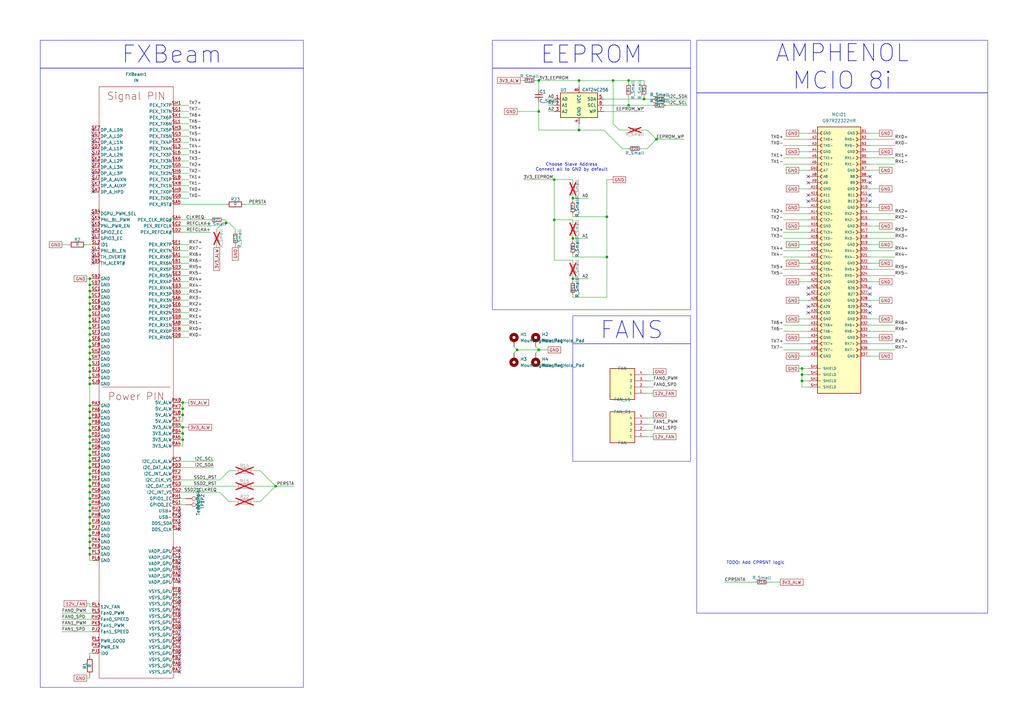
<source format=kicad_sch>
(kicad_sch (version 20250114) (generator "eeschema") (generator_version "9.0")
  (paper "A3")
  (rectangle (start 16.51 27.94) (end 124.46 281.94))
  (rectangle (start 285.75 38.1) (end 405.13 251.46))
  (rectangle (start 234.95 140.97) (end 283.21 189.23))
  (rectangle (start 201.93 27.94) (end 283.21 127))
  (text "Choose Slave Address\nConnect all to GND by default" (at 234.442 68.58 0) (effects (font (size 1.27 1.27))))
  (text "TODO: Add CPRSNT logic" (at 309.88 230.886 0) (effects (font (size 1.27 1.27))))
  (text_box "EEPROM" (at 201.93 16.51 0) (size 81.28 11.43) (margins 0.9525 0.9525 0.9525 0.9525) (effects (font (size 7 7) (thickness 0.254) (bold yes))))
  (text_box "FANS" (at 234.95 129.54 0) (size 48.26 11.43) (margins 0.9525 0.9525 0.9525 0.9525) (effects (font (size 7 7) (thickness 0.254) (bold yes))))
  (text_box "AMPHENOL\nMCIO 8i" (at 285.75 16.51 0) (size 119.38 21.59) (margins 0.9525 0.9525 0.9525 0.9525) (effects (font (size 7 7) (thickness 0.254) (bold yes))))
  (text_box "FXBeam" (at 16.51 16.51 0) (size 107.95 11.43) (margins 0.9525 0.9525 0.9525 0.9525) (effects (font (size 7 7) (thickness 0.254) (bold yes))))
  (junction (at 36.83 212.09))
  (junction (at 36.83 224.79))
  (junction (at 269.24 57.15))
  (junction (at 36.83 196.85))
  (junction (at 36.83 127))
  (junction (at 36.83 132.08))
  (junction (at 36.83 181.61))
  (junction (at 248.92 88.9))
  (junction (at 36.83 134.62))
  (junction (at 36.83 201.93))
  (junction (at 220.98 45.72))
  (junction (at 36.83 219.71))
  (junction (at 328.93 156.21))
  (junction (at 248.92 105.41))
  (junction (at 36.83 124.46))
  (junction (at 36.83 149.86))
  (junction (at 36.83 129.54))
  (junction (at 36.83 214.63))
  (junction (at 36.83 116.84))
  (junction (at 36.83 119.38))
  (junction (at 328.93 153.67))
  (junction (at 36.83 166.37))
  (junction (at 36.83 186.69))
  (junction (at 36.83 114.3))
  (junction (at 36.83 176.53))
  (junction (at 36.83 222.25))
  (junction (at 36.83 168.91))
  (junction (at 227.33 73.66))
  (junction (at 212.09 143.51))
  (junction (at 227.33 90.17))
  (junction (at 74.93 175.26))
  (junction (at 36.83 209.55))
  (junction (at 36.83 137.16))
  (junction (at 36.83 171.45))
  (junction (at 36.83 147.32))
  (junction (at 36.83 194.31))
  (junction (at 74.93 165.1))
  (junction (at 234.95 114.3))
  (junction (at 36.83 121.92))
  (junction (at 36.83 154.94))
  (junction (at 257.81 43.18))
  (junction (at 36.83 189.23))
  (junction (at 36.83 173.99))
  (junction (at 234.95 81.28))
  (junction (at 36.83 144.78))
  (junction (at 220.98 33.02))
  (junction (at 257.81 33.02))
  (junction (at 36.83 184.15))
  (junction (at 220.98 143.51))
  (junction (at 92.71 91.44))
  (junction (at 237.49 53.34))
  (junction (at 36.83 152.4))
  (junction (at 36.83 207.01))
  (junction (at 36.83 142.24))
  (junction (at 36.83 179.07))
  (junction (at 251.46 33.02))
  (junction (at 74.93 167.64))
  (junction (at 328.93 151.13))
  (junction (at 237.49 33.02))
  (junction (at 234.95 97.79))
  (junction (at 36.83 227.33))
  (junction (at 36.83 139.7))
  (junction (at 264.16 40.64))
  (junction (at 36.83 204.47))
  (junction (at 36.83 157.48))
  (junction (at 74.93 180.34))
  (junction (at 74.93 177.8))
  (junction (at 36.83 191.77))
  (junction (at 36.83 217.17))
  (junction (at 113.03 199.39))
  (junction (at 74.93 170.18))
  (junction (at 36.83 199.39))
  (no_connect (at 73.66 250.19))
  (no_connect (at 38.1 102.87))
  (no_connect (at 73.66 214.63))
  (no_connect (at 73.66 233.68))
  (no_connect (at 38.1 53.34))
  (no_connect (at 356.87 82.55))
  (no_connect (at 356.87 125.73))
  (no_connect (at 73.66 242.57))
  (no_connect (at 38.1 76.2))
  (no_connect (at 38.1 87.63))
  (no_connect (at 73.66 255.27))
  (no_connect (at 38.1 55.88))
  (no_connect (at 356.87 72.39))
  (no_connect (at 331.47 125.73))
  (no_connect (at 73.66 226.06))
  (no_connect (at 356.87 80.01))
  (no_connect (at 38.1 95.25))
  (no_connect (at 73.66 209.55))
  (no_connect (at 331.47 120.65))
  (no_connect (at 73.66 231.14))
  (no_connect (at 73.66 245.11))
  (no_connect (at 38.1 58.42))
  (no_connect (at 38.1 60.96))
  (no_connect (at 38.1 97.79))
  (no_connect (at 331.47 128.27))
  (no_connect (at 73.66 260.35))
  (no_connect (at 73.66 238.76))
  (no_connect (at 356.87 118.11))
  (no_connect (at 73.66 270.51))
  (no_connect (at 73.66 267.97))
  (no_connect (at 73.66 217.17))
  (no_connect (at 356.87 120.65))
  (no_connect (at 73.66 228.6))
  (no_connect (at 331.47 80.01))
  (no_connect (at 356.87 128.27))
  (no_connect (at 331.47 82.55))
  (no_connect (at 38.1 63.5))
  (no_connect (at 38.1 68.58))
  (no_connect (at 38.1 78.74))
  (no_connect (at 331.47 72.39))
  (no_connect (at 38.1 73.66))
  (no_connect (at 38.1 90.17))
  (no_connect (at 73.66 262.89))
  (no_connect (at 38.1 71.12))
  (no_connect (at 331.47 74.93))
  (no_connect (at 73.66 212.09))
  (no_connect (at 331.47 118.11))
  (no_connect (at 73.66 257.81))
  (no_connect (at 73.66 275.59))
  (no_connect (at 38.1 105.41))
  (no_connect (at 38.1 92.71))
  (no_connect (at 73.66 247.65))
  (no_connect (at 73.66 236.22))
  (no_connect (at 38.1 66.04))
  (no_connect (at 73.66 273.05))
  (no_connect (at 73.66 265.43))
  (no_connect (at 73.66 252.73))
  (no_connect (at 356.87 74.93))
  (no_connect (at 38.1 107.95))
  (wire (pts (xy 36.83 222.25) (xy 36.83 219.71)))
  (wire (pts (xy 327.66 151.13) (xy 328.93 151.13)))
  (wire (pts (xy 356.87 69.85) (xy 360.68 69.85)))
  (wire (pts (xy 36.83 129.54) (xy 38.1 129.54)))
  (wire (pts (xy 73.66 100.33) (xy 77.47 100.33)))
  (wire (pts (xy 265.43 171.45) (xy 267.97 171.45)))
  (wire (pts (xy 35.56 278.13) (xy 36.83 278.13)))
  (wire (pts (xy 36.83 171.45) (xy 38.1 171.45)))
  (wire (pts (xy 234.95 97.79) (xy 234.95 96.52)))
  (wire (pts (xy 356.87 90.17) (xy 367.03 90.17)))
  (wire (pts (xy 73.66 83.82) (xy 92.71 83.82)))
  (wire (pts (xy 73.66 167.64) (xy 74.93 167.64)))
  (wire (pts (xy 234.95 81.28) (xy 234.95 82.55)))
  (wire (pts (xy 73.66 53.34) (xy 77.47 53.34)))
  (wire (pts (xy 254 53.34) (xy 257.81 53.34)))
  (wire (pts (xy 73.66 182.88) (xy 74.93 182.88)))
  (wire (pts (xy 38.1 166.37) (xy 36.83 166.37)))
  (wire (pts (xy 234.95 106.68) (xy 234.95 107.95)))
  (wire (pts (xy 331.47 153.67) (xy 328.93 153.67)))
  (wire (pts (xy 356.87 107.95) (xy 360.68 107.95)))
  (wire (pts (xy 92.71 90.17) (xy 92.71 91.44)))
  (wire (pts (xy 273.05 40.64) (xy 281.94 40.64)))
  (wire (pts (xy 36.83 224.79) (xy 38.1 224.79)))
  (wire (pts (xy 73.66 68.58) (xy 77.47 68.58)))
  (wire (pts (xy 36.83 137.16) (xy 38.1 137.16)))
  (wire (pts (xy 113.03 199.39) (xy 120.65 199.39)))
  (wire (pts (xy 248.92 88.9) (xy 248.92 105.41)))
  (wire (pts (xy 234.95 97.79) (xy 234.95 99.06)))
  (wire (pts (xy 91.44 91.44) (xy 92.71 91.44)))
  (wire (pts (xy 36.83 229.87) (xy 36.83 227.33)))
  (wire (pts (xy 327.66 146.05) (xy 331.47 146.05)))
  (wire (pts (xy 227.33 45.72) (xy 224.79 45.72)))
  (wire (pts (xy 257.81 39.37) (xy 257.81 43.18)))
  (wire (pts (xy 247.65 45.72) (xy 264.16 45.72)))
  (wire (pts (xy 356.87 143.51) (xy 367.03 143.51)))
  (wire (pts (xy 36.83 176.53) (xy 36.83 173.99)))
  (wire (pts (xy 25.4 100.33) (xy 27.94 100.33)))
  (wire (pts (xy 36.83 219.71) (xy 38.1 219.71)))
  (wire (pts (xy 73.66 58.42) (xy 77.47 58.42)))
  (wire (pts (xy 356.87 92.71) (xy 360.68 92.71)))
  (wire (pts (xy 356.87 133.35) (xy 367.03 133.35)))
  (wire (pts (xy 104.14 199.39) (xy 113.03 199.39)))
  (wire (pts (xy 327.66 54.61) (xy 331.47 54.61)))
  (wire (pts (xy 356.87 110.49) (xy 367.03 110.49)))
  (wire (pts (xy 36.83 144.78) (xy 36.83 142.24)))
  (wire (pts (xy 73.66 63.5) (xy 77.47 63.5)))
  (wire (pts (xy 106.68 205.74) (xy 104.14 205.74)))
  (wire (pts (xy 73.66 43.18) (xy 77.47 43.18)))
  (wire (pts (xy 219.71 144.78) (xy 220.98 143.51)))
  (wire (pts (xy 73.66 110.49) (xy 77.47 110.49)))
  (wire (pts (xy 234.95 90.17) (xy 227.33 90.17)))
  (wire (pts (xy 73.66 48.26) (xy 77.47 48.26)))
  (wire (pts (xy 73.66 105.41) (xy 77.47 105.41)))
  (wire (pts (xy 36.83 217.17) (xy 38.1 217.17)))
  (wire (pts (xy 36.83 137.16) (xy 36.83 134.62)))
  (wire (pts (xy 234.95 88.9) (xy 234.95 87.63)))
  (wire (pts (xy 220.98 53.34) (xy 237.49 53.34)))
  (wire (pts (xy 36.83 139.7) (xy 36.83 137.16)))
  (wire (pts (xy 328.93 156.21) (xy 328.93 153.67)))
  (wire (pts (xy 327.66 92.71) (xy 331.47 92.71)))
  (wire (pts (xy 73.66 177.8) (xy 74.93 177.8)))
  (wire (pts (xy 36.83 222.25) (xy 38.1 222.25)))
  (wire (pts (xy 36.83 157.48) (xy 36.83 154.94)))
  (wire (pts (xy 73.66 66.04) (xy 77.47 66.04)))
  (wire (pts (xy 36.83 149.86) (xy 36.83 147.32)))
  (wire (pts (xy 327.66 100.33) (xy 331.47 100.33)))
  (wire (pts (xy 327.66 130.81) (xy 331.47 130.81)))
  (wire (pts (xy 36.83 142.24) (xy 38.1 142.24)))
  (wire (pts (xy 74.93 175.26) (xy 77.47 175.26)))
  (wire (pts (xy 36.83 209.55) (xy 36.83 207.01)))
  (wire (pts (xy 36.83 191.77) (xy 38.1 191.77)))
  (wire (pts (xy 73.66 172.72) (xy 74.93 172.72)))
  (wire (pts (xy 327.66 115.57) (xy 331.47 115.57)))
  (wire (pts (xy 36.83 142.24) (xy 36.83 139.7)))
  (wire (pts (xy 36.83 127) (xy 36.83 124.46)))
  (wire (pts (xy 106.68 205.74) (xy 113.03 199.39)))
  (wire (pts (xy 73.66 55.88) (xy 77.47 55.88)))
  (wire (pts (xy 100.33 83.82) (xy 109.22 83.82)))
  (wire (pts (xy 273.05 43.18) (xy 281.94 43.18)))
  (wire (pts (xy 25.4 256.54) (xy 38.1 256.54)))
  (wire (pts (xy 36.83 152.4) (xy 36.83 149.86)))
  (wire (pts (xy 248.92 73.66) (xy 248.92 88.9)))
  (wire (pts (xy 73.66 175.26) (xy 74.93 175.26)))
  (wire (pts (xy 356.87 54.61) (xy 360.68 54.61)))
  (wire (pts (xy 36.83 173.99) (xy 38.1 173.99)))
  (wire (pts (xy 36.83 186.69) (xy 38.1 186.69)))
  (wire (pts (xy 297.18 238.76) (xy 309.88 238.76)))
  (wire (pts (xy 265.43 60.96) (xy 269.24 57.15)))
  (wire (pts (xy 93.98 193.04) (xy 96.52 193.04)))
  (wire (pts (xy 74.93 167.64) (xy 74.93 170.18)))
  (wire (pts (xy 73.66 128.27) (xy 77.47 128.27)))
  (wire (pts (xy 321.31 133.35) (xy 331.47 133.35)))
  (wire (pts (xy 356.87 105.41) (xy 367.03 105.41)))
  (wire (pts (xy 251.46 33.02) (xy 257.81 33.02)))
  (wire (pts (xy 227.33 90.17) (xy 227.33 73.66)))
  (wire (pts (xy 91.44 90.17) (xy 92.71 90.17)))
  (wire (pts (xy 73.66 201.93) (xy 90.17 201.93)))
  (wire (pts (xy 106.68 193.04) (xy 104.14 193.04)))
  (wire (pts (xy 327.66 85.09) (xy 331.47 85.09)))
  (wire (pts (xy 36.83 149.86) (xy 38.1 149.86)))
  (wire (pts (xy 224.79 40.64) (xy 227.33 40.64)))
  (wire (pts (xy 36.83 124.46) (xy 36.83 121.92)))
  (wire (pts (xy 255.27 60.96) (xy 247.65 53.34)))
  (wire (pts (xy 265.43 173.99) (xy 267.97 173.99)))
  (wire (pts (xy 356.87 64.77) (xy 367.03 64.77)))
  (wire (pts (xy 213.36 33.02) (xy 214.63 33.02)))
  (wire (pts (xy 257.81 60.96) (xy 255.27 60.96)))
  (wire (pts (xy 36.83 199.39) (xy 38.1 199.39)))
  (wire (pts (xy 321.31 105.41) (xy 331.47 105.41)))
  (wire (pts (xy 74.93 172.72) (xy 74.93 170.18)))
  (wire (pts (xy 96.52 100.33) (xy 96.52 101.6)))
  (wire (pts (xy 251.46 33.02) (xy 251.46 50.8)))
  (wire (pts (xy 36.83 168.91) (xy 38.1 168.91)))
  (wire (pts (xy 264.16 39.37) (xy 264.16 40.64)))
  (wire (pts (xy 210.82 144.78) (xy 212.09 143.51)))
  (wire (pts (xy 36.83 217.17) (xy 36.83 214.63)))
  (wire (pts (xy 321.31 140.97) (xy 331.47 140.97)))
  (wire (pts (xy 73.66 118.11) (xy 77.47 118.11)))
  (wire (pts (xy 93.98 91.44) (xy 96.52 93.98)))
  (wire (pts (xy 73.66 76.2) (xy 77.47 76.2)))
  (wire (pts (xy 234.95 114.3) (xy 241.3 114.3)))
  (wire (pts (xy 220.98 33.02) (xy 220.98 36.83)))
  (wire (pts (xy 36.83 196.85) (xy 38.1 196.85)))
  (wire (pts (xy 25.4 254) (xy 38.1 254)))
  (wire (pts (xy 220.98 143.51) (xy 219.71 142.24)))
  (wire (pts (xy 73.66 207.01) (xy 76.2 207.01)))
  (wire (pts (xy 356.87 85.09) (xy 360.68 85.09)))
  (wire (pts (xy 93.98 205.74) (xy 96.52 205.74)))
  (wire (pts (xy 35.56 114.3) (xy 36.83 114.3)))
  (wire (pts (xy 38.1 157.48) (xy 36.83 157.48)))
  (wire (pts (xy 36.83 278.13) (xy 36.83 276.86)))
  (wire (pts (xy 36.83 212.09) (xy 36.83 209.55)))
  (wire (pts (xy 356.87 59.69) (xy 367.03 59.69)))
  (wire (pts (xy 227.33 43.18) (xy 224.79 43.18)))
  (wire (pts (xy 73.66 107.95) (xy 77.47 107.95)))
  (wire (pts (xy 321.31 64.77) (xy 331.47 64.77)))
  (wire (pts (xy 251.46 73.66) (xy 248.92 73.66)))
  (wire (pts (xy 234.95 105.41) (xy 248.92 105.41)))
  (wire (pts (xy 321.31 67.31) (xy 331.47 67.31)))
  (wire (pts (xy 35.56 100.33) (xy 38.1 100.33)))
  (wire (pts (xy 36.83 204.47) (xy 38.1 204.47)))
  (wire (pts (xy 73.66 191.77) (xy 87.63 191.77)))
  (wire (pts (xy 356.87 62.23) (xy 360.68 62.23)))
  (wire (pts (xy 36.83 212.09) (xy 38.1 212.09)))
  (wire (pts (xy 106.68 193.04) (xy 113.03 199.39)))
  (wire (pts (xy 73.66 135.89) (xy 77.47 135.89)))
  (wire (pts (xy 74.93 177.8) (xy 74.93 175.26)))
  (wire (pts (xy 73.66 138.43) (xy 77.47 138.43)))
  (wire (pts (xy 356.87 140.97) (xy 367.03 140.97)))
  (wire (pts (xy 247.65 43.18) (xy 257.81 43.18)))
  (wire (pts (xy 265.43 53.34) (xy 269.24 57.15)))
  (wire (pts (xy 331.47 158.75) (xy 328.93 158.75)))
  (wire (pts (xy 356.87 146.05) (xy 360.68 146.05)))
  (wire (pts (xy 36.83 119.38) (xy 36.83 116.84)))
  (wire (pts (xy 36.83 139.7) (xy 38.1 139.7)))
  (wire (pts (xy 88.9 93.98) (xy 91.44 91.44)))
  (wire (pts (xy 257.81 33.02) (xy 257.81 34.29)))
  (wire (pts (xy 267.97 153.67) (xy 267.97 152.4)))
  (wire (pts (xy 36.83 227.33) (xy 36.83 224.79)))
  (wire (pts (xy 36.83 207.01) (xy 36.83 204.47)))
  (wire (pts (xy 212.09 45.72) (xy 220.98 45.72)))
  (wire (pts (xy 327.66 123.19) (xy 331.47 123.19)))
  (wire (pts (xy 265.43 161.29) (xy 267.97 161.29)))
  (wire (pts (xy 36.83 191.77) (xy 36.83 189.23)))
  (wire (pts (xy 38.1 116.84) (xy 36.83 116.84)))
  (wire (pts (xy 234.95 73.66) (xy 234.95 74.93)))
  (wire (pts (xy 74.93 182.88) (xy 74.93 180.34)))
  (wire (pts (xy 36.83 186.69) (xy 36.83 184.15)))
  (wire (pts (xy 265.43 176.53) (xy 267.97 176.53)))
  (wire (pts (xy 36.83 199.39) (xy 36.83 196.85)))
  (wire (pts (xy 234.95 81.28) (xy 234.95 80.01)))
  (wire (pts (xy 234.95 121.92) (xy 248.92 121.92)))
  (wire (pts (xy 210.82 142.24) (xy 212.09 143.51)))
  (wire (pts (xy 73.66 165.1) (xy 74.93 165.1)))
  (wire (pts (xy 25.4 251.46) (xy 38.1 251.46)))
  (wire (pts (xy 36.83 179.07) (xy 38.1 179.07)))
  (wire (pts (xy 73.66 102.87) (xy 77.47 102.87)))
  (wire (pts (xy 269.24 57.15) (xy 280.67 57.15)))
  (wire (pts (xy 36.83 147.32) (xy 38.1 147.32)))
  (wire (pts (xy 36.83 214.63) (xy 36.83 212.09)))
  (wire (pts (xy 356.87 100.33) (xy 360.68 100.33)))
  (wire (pts (xy 356.87 97.79) (xy 367.03 97.79)))
  (wire (pts (xy 356.87 123.19) (xy 360.68 123.19)))
  (wire (pts (xy 88.9 95.25) (xy 88.9 93.98)))
  (wire (pts (xy 36.83 154.94) (xy 36.83 152.4)))
  (wire (pts (xy 321.31 110.49) (xy 331.47 110.49)))
  (wire (pts (xy 356.87 77.47) (xy 360.68 77.47)))
  (wire (pts (xy 214.63 73.66) (xy 227.33 73.66)))
  (wire (pts (xy 36.83 134.62) (xy 36.83 132.08)))
  (wire (pts (xy 36.83 224.79) (xy 36.83 222.25)))
  (wire (pts (xy 219.71 33.02) (xy 220.98 33.02)))
  (wire (pts (xy 234.95 81.28) (xy 241.3 81.28)))
  (wire (pts (xy 73.66 133.35) (xy 77.47 133.35)))
  (wire (pts (xy 73.66 113.03) (xy 77.47 113.03)))
  (wire (pts (xy 321.31 95.25) (xy 331.47 95.25)))
  (wire (pts (xy 237.49 53.34) (xy 247.65 53.34)))
  (wire (pts (xy 73.66 73.66) (xy 77.47 73.66)))
  (wire (pts (xy 36.83 157.48) (xy 36.83 166.37)))
  (wire (pts (xy 220.98 53.34) (xy 220.98 45.72)))
  (wire (pts (xy 212.09 143.51) (xy 220.98 143.51)))
  (wire (pts (xy 327.66 107.95) (xy 331.47 107.95)))
  (wire (pts (xy 321.31 113.03) (xy 331.47 113.03)))
  (wire (pts (xy 36.83 214.63) (xy 38.1 214.63)))
  (wire (pts (xy 36.83 124.46) (xy 38.1 124.46)))
  (wire (pts (xy 321.31 57.15) (xy 331.47 57.15)))
  (wire (pts (xy 227.33 73.66) (xy 234.95 73.66)))
  (wire (pts (xy 36.83 179.07) (xy 36.83 176.53)))
  (wire (pts (xy 220.98 33.02) (xy 237.49 33.02)))
  (wire (pts (xy 328.93 151.13) (xy 328.93 153.67)))
  (wire (pts (xy 267.97 171.45) (xy 267.97 170.18)))
  (wire (pts (xy 38.1 134.62) (xy 36.83 134.62)))
  (wire (pts (xy 265.43 156.21) (xy 267.97 156.21)))
  (wire (pts (xy 36.83 171.45) (xy 36.83 168.91)))
  (wire (pts (xy 356.87 138.43) (xy 360.68 138.43)))
  (wire (pts (xy 36.83 201.93) (xy 38.1 201.93)))
  (wire (pts (xy 36.83 204.47) (xy 36.83 201.93)))
  (wire (pts (xy 220.98 41.91) (xy 220.98 45.72)))
  (wire (pts (xy 262.89 53.34) (xy 265.43 53.34)))
  (wire (pts (xy 36.83 189.23) (xy 36.83 186.69)))
  (wire (pts (xy 265.43 153.67) (xy 267.97 153.67)))
  (wire (pts (xy 36.83 152.4) (xy 38.1 152.4)))
  (wire (pts (xy 265.43 158.75) (xy 267.97 158.75)))
  (wire (pts (xy 327.66 77.47) (xy 331.47 77.47)))
  (wire (pts (xy 237.49 50.8) (xy 237.49 53.34)))
  (wire (pts (xy 331.47 156.21) (xy 328.93 156.21)))
  (wire (pts (xy 38.1 267.97) (xy 36.83 267.97)))
  (wire (pts (xy 314.96 238.76) (xy 320.04 238.76)))
  (wire (pts (xy 96.52 95.25) (xy 96.52 93.98)))
  (wire (pts (xy 248.92 88.9) (xy 234.95 88.9)))
  (wire (pts (xy 265.43 60.96) (xy 262.89 60.96)))
  (wire (pts (xy 36.83 129.54) (xy 36.83 127)))
  (wire (pts (xy 74.93 165.1) (xy 74.93 167.64)))
  (wire (pts (xy 234.95 113.03) (xy 234.95 114.3)))
  (wire (pts (xy 321.31 87.63) (xy 331.47 87.63)))
  (wire (pts (xy 74.93 170.18) (xy 73.66 170.18)))
  (wire (pts (xy 36.83 114.3) (xy 38.1 114.3)))
  (wire (pts (xy 36.83 219.71) (xy 36.83 217.17)))
  (wire (pts (xy 237.49 33.02) (xy 251.46 33.02)))
  (wire (pts (xy 328.93 158.75) (xy 328.93 156.21)))
  (wire (pts (xy 356.87 135.89) (xy 367.03 135.89)))
  (wire (pts (xy 73.66 130.81) (xy 77.47 130.81)))
  (wire (pts (xy 36.83 168.91) (xy 36.83 166.37)))
  (wire (pts (xy 248.92 105.41) (xy 248.92 121.92)))
  (wire (pts (xy 36.83 173.99) (xy 36.83 171.45)))
  (wire (pts (xy 36.83 132.08) (xy 38.1 132.08)))
  (wire (pts (xy 74.93 165.1) (xy 77.47 165.1)))
  (wire (pts (xy 73.66 92.71) (xy 86.36 92.71)))
  (wire (pts (xy 73.66 189.23) (xy 87.63 189.23)))
  (wire (pts (xy 36.83 184.15) (xy 36.83 181.61)))
  (wire (pts (xy 36.83 267.97) (xy 36.83 269.24)))
  (wire (pts (xy 251.46 50.8) (xy 254 53.34)))
  (wire (pts (xy 36.83 248.92) (xy 38.1 248.92)))
  (wire (pts (xy 73.66 95.25) (xy 86.36 95.25)))
  (wire (pts (xy 321.31 135.89) (xy 331.47 135.89)))
  (wire (pts (xy 35.56 247.65) (xy 36.83 247.65)))
  (wire (pts (xy 356.87 87.63) (xy 367.03 87.63)))
  (wire (pts (xy 234.95 120.65) (xy 234.95 121.92)))
  (wire (pts (xy 36.83 116.84) (xy 36.83 114.3)))
  (wire (pts (xy 74.93 180.34) (xy 74.93 177.8)))
  (wire (pts (xy 36.83 127) (xy 38.1 127)))
  (wire (pts (xy 73.66 120.65) (xy 77.47 120.65)))
  (wire (pts (xy 356.87 113.03) (xy 367.03 113.03)))
  (wire (pts (xy 36.83 121.92) (xy 38.1 121.92)))
  (wire (pts (xy 356.87 130.81) (xy 360.68 130.81)))
  (wire (pts (xy 73.66 199.39) (xy 96.52 199.39)))
  (wire (pts (xy 234.95 104.14) (xy 234.95 105.41)))
  (wire (pts (xy 73.66 50.8) (xy 77.47 50.8)))
  (wire (pts (xy 73.66 180.34) (xy 74.93 180.34)))
  (wire (pts (xy 88.9 100.33) (xy 88.9 101.6)))
  (wire (pts (xy 257.81 33.02) (xy 264.16 33.02)))
  (wire (pts (xy 356.87 102.87) (xy 367.03 102.87)))
  (wire (pts (xy 38.1 189.23) (xy 36.83 189.23)))
  (wire (pts (xy 38.1 229.87) (xy 36.83 229.87)))
  (wire (pts (xy 36.83 247.65) (xy 36.83 248.92)))
  (wire (pts (xy 264.16 33.02) (xy 264.16 34.29)))
  (wire (pts (xy 93.98 205.74) (xy 90.17 201.93)))
  (wire (pts (xy 264.16 40.64) (xy 247.65 40.64)))
  (wire (pts (xy 36.83 227.33) (xy 38.1 227.33)))
  (wire (pts (xy 25.4 259.08) (xy 38.1 259.08)))
  (wire (pts (xy 327.66 62.23) (xy 331.47 62.23)))
  (wire (pts (xy 73.66 60.96) (xy 77.47 60.96)))
  (wire (pts (xy 321.31 59.69) (xy 331.47 59.69)))
  (wire (pts (xy 36.83 194.31) (xy 36.83 191.77)))
  (wire (pts (xy 356.87 115.57) (xy 360.68 115.57)))
  (wire (pts (xy 36.83 144.78) (xy 38.1 144.78)))
  (wire (pts (xy 265.43 179.07) (xy 267.97 179.07)))
  (wire (pts (xy 36.83 121.92) (xy 36.83 119.38)))
  (wire (pts (xy 321.31 90.17) (xy 331.47 90.17)))
  (wire (pts (xy 224.79 143.51) (xy 220.98 143.51)))
  (wire (pts (xy 356.87 95.25) (xy 367.03 95.25)))
  (wire (pts (xy 90.17 196.85) (xy 93.98 193.04)))
  (wire (pts (xy 328.93 151.13) (xy 331.47 151.13)))
  (wire (pts (xy 36.83 201.93) (xy 36.83 199.39)))
  (wire (pts (xy 73.66 71.12) (xy 77.47 71.12)))
  (wire (pts (xy 36.83 154.94) (xy 38.1 154.94)))
  (wire (pts (xy 257.81 43.18) (xy 267.97 43.18)))
  (wire (pts (xy 327.66 138.43) (xy 331.47 138.43)))
  (wire (pts (xy 356.87 57.15) (xy 367.03 57.15)))
  (wire (pts (xy 36.83 147.32) (xy 36.83 144.78)))
  (wire (pts (xy 234.95 114.3) (xy 234.95 115.57)))
  (wire (pts (xy 73.66 125.73) (xy 77.47 125.73)))
  (wire (pts (xy 36.83 176.53) (xy 38.1 176.53)))
  (wire (pts (xy 36.83 209.55) (xy 38.1 209.55)))
  (wire (pts (xy 227.33 106.68) (xy 234.95 106.68)))
  (wire (pts (xy 38.1 207.01) (xy 36.83 207.01)))
  (wire (pts (xy 36.83 119.38) (xy 38.1 119.38)))
  (wire (pts (xy 234.95 91.44) (xy 234.95 90.17)))
  (wire (pts (xy 38.1 184.15) (xy 36.83 184.15)))
  (wire (pts (xy 264.16 40.64) (xy 267.97 40.64)))
  (wire (pts (xy 73.66 115.57) (xy 77.47 115.57)))
  (wire (pts (xy 321.31 143.51) (xy 331.47 143.51)))
  (wire (pts (xy 36.83 196.85) (xy 36.83 194.31)))
  (wire (pts (xy 73.66 204.47) (xy 76.2 204.47)))
  (wire (pts (xy 227.33 90.17) (xy 227.33 106.68)))
  (wire (pts (xy 356.87 67.31) (xy 367.03 67.31)))
  (wire (pts (xy 73.66 196.85) (xy 90.17 196.85)))
  (wire (pts (xy 36.83 181.61) (xy 36.83 179.07)))
  (wire (pts (xy 234.95 97.79) (xy 241.3 97.79)))
  (wire (pts (xy 36.83 181.61) (xy 38.1 181.61)))
  (wire (pts (xy 73.66 78.74) (xy 77.47 78.74)))
  (wire (pts (xy 36.83 132.08) (xy 36.83 129.54)))
  (wire (pts (xy 93.98 91.44) (xy 92.71 91.44)))
  (wire (pts (xy 321.31 97.79) (xy 331.47 97.79)))
  (wire (pts (xy 237.49 33.02) (xy 237.49 35.56)))
  (wire (pts (xy 73.66 45.72) (xy 77.47 45.72)))
  (wire (pts (xy 321.31 102.87) (xy 331.47 102.87)))
  (wire (pts (xy 73.66 123.19) (xy 77.47 123.19)))
  (wire (pts (xy 73.66 90.17) (xy 86.36 90.17)))
  (wire (pts (xy 73.66 81.28) (xy 77.47 81.28)))
  (wire (pts (xy 36.83 194.31) (xy 38.1 194.31)))
  (wire (pts (xy 327.66 69.85) (xy 331.47 69.85)))
  (label "RX1-" (at 77.47 133.35 0))
  (label "TX2-" (at 77.47 71.12 0))
  (label "RX2-" (at 77.47 128.27 0))
  (label "RX4+" (at 367.03 102.87 0))
  (label "RX5-" (at 367.03 113.03 0))
  (label "TX0+" (at 321.31 57.15 180))
  (label "PERSTA" (at 120.65 199.39 180))
  (label "A2" (at 241.3 114.3 180))
  (label "RX2+" (at 367.03 87.63 0))
  (label "RX7+" (at 367.03 140.97 0))
  (label "EEPROM_WP" (at 280.67 57.15 180))
  (label "RX7+" (at 77.47 100.33 0))
  (label "RX6-" (at 367.03 135.89 0))
  (label "RX3-" (at 367.03 97.79 0))
  (label "RX3+" (at 367.03 95.25 0))
  (label "A1" (at 224.79 43.18 0))
  (label "RX7-" (at 77.47 102.87 0))
  (label "A1" (at 241.3 97.79 180))
  (label "RX3+" (at 77.47 120.65 0))
  (label "RX4+" (at 77.47 115.57 0))
  (label "A0" (at 241.3 81.28 180))
  (label "TX0-" (at 321.31 59.69 180))
  (label "RX5+" (at 367.03 110.49 0))
  (label "TX1+" (at 321.31 64.77 180))
  (label "TX7-" (at 321.31 143.51 180))
  (label "TX5-" (at 321.31 113.03 180))
  (label "TX3-" (at 321.31 97.79 180))
  (label "RX5+" (at 77.47 110.49 0))
  (label "RX7-" (at 367.03 143.51 0))
  (label "TX1+" (at 77.47 73.66 0))
  (label "I2C_SCL" (at 281.94 43.18 180))
  (label "I2C_SDA" (at 281.94 40.64 180))
  (label "RX0+" (at 77.47 135.89 0))
  (label "SSD2_CLKREQ" (at 88.9 201.93 180))
  (label "RX2+" (at 77.47 125.73 0))
  (label "SSD1_RST" (at 88.9 196.85 180))
  (label "TX6+" (at 321.31 133.35 180))
  (label "I2C_SDA" (at 87.63 191.77 180))
  (label "SSD2_RST" (at 88.9 199.39 180))
  (label "RX3-" (at 77.47 123.19 0))
  (label "TX7+" (at 321.31 140.97 180))
  (label "FAN0_PWM" (at 267.97 156.21 0))
  (label "TX6+" (at 77.47 48.26 0))
  (label "FAN0_SPD" (at 267.97 158.75 0))
  (label "TX0-" (at 77.47 81.28 0))
  (label "FAN0_SPD" (at 25.4 254 0))
  (label "TX5-" (at 77.47 55.88 0))
  (label "RX4-" (at 77.47 118.11 0))
  (label "RX2-" (at 367.03 90.17 0))
  (label "TX5+" (at 321.31 110.49 180))
  (label "TX3+" (at 77.47 63.5 0))
  (label "RX6+" (at 77.47 105.41 0))
  (label "RX5-" (at 77.47 113.03 0))
  (label "RX4-" (at 367.03 105.41 0))
  (label "RX0+" (at 367.03 57.15 0))
  (label "TX7-" (at 77.47 45.72 0))
  (label "A2" (at 224.79 45.72 0))
  (label "I2C_SCL" (at 87.63 189.23 180))
  (label "RX1+" (at 367.03 64.77 0))
  (label "FAN0_PWM" (at 25.4 251.46 0))
  (label "RX1-" (at 367.03 67.31 0))
  (label "A0" (at 224.79 40.64 0))
  (label "TX3-" (at 77.47 66.04 0))
  (label "RX6+" (at 367.03 133.35 0))
  (label "TX4-" (at 321.31 105.41 180))
  (label "TX4-" (at 77.47 60.96 0))
  (label "CPRSNTA" (at 297.18 238.76 0))
  (label "REFCLKA-" (at 86.36 92.71 180))
  (label "TX6-" (at 321.31 135.89 180))
  (label "FAN1_SPD" (at 25.4 259.08 0))
  (label "TX4+" (at 77.47 58.42 0))
  (label "CLKREQ" (at 83.82 90.17 180))
  (label "TX5+" (at 77.47 53.34 0))
  (label "3V3_EEPROM" (at 214.63 73.66 0))
  (label "TX3+" (at 321.31 95.25 180))
  (label "FAN1_PWM" (at 25.4 256.54 0))
  (label "TX2+" (at 321.31 87.63 180))
  (label "RX6-" (at 77.47 107.95 0))
  (label "FAN1_PWM" (at 267.97 173.99 0))
  (label "PERSTA" (at 109.22 83.82 180))
  (label "RX1+" (at 77.47 130.81 0))
  (label "3V3_EEPROM" (at 220.98 33.02 0))
  (label "TX0+" (at 77.47 78.74 0))
  (label "REFCLKA+" (at 86.36 95.25 180))
  (label "TX2-" (at 321.31 90.17 180))
  (label "TX2+" (at 77.47 68.58 0))
  (label "TX4+" (at 321.31 102.87 180))
  (label "FAN1_SPD" (at 267.97 176.53 0))
  (label "TX1-" (at 321.31 67.31 180))
  (label "TX7+" (at 77.47 43.18 0))
  (label "RX0-" (at 367.03 59.69 0))
  (label "EEPROM_WP" (at 264.16 45.72 180))
  (label "RX0-" (at 77.47 138.43 0))
  (label "TX6-" (at 77.47 50.8 0))
  (label "TX1-" (at 77.47 76.2 0))
  (global_label "GND" (shape passive) (at 212.09 45.72 180) (property "Intersheetrefs" "${INTERSHEET_REFS}" (effects (hide yes))))
  (global_label "GND" (shape passive) (at 25.4 100.33 180) (property "Intersheetrefs" "${INTERSHEET_REFS}" (effects (hide yes))))
  (global_label "GND" (shape passive) (at 327.66 69.85 180) (property "Intersheetrefs" "${INTERSHEET_REFS}" (effects (hide yes))))
  (global_label "GND" (shape passive) (at 360.68 107.95 0) (property "Intersheetrefs" "${INTERSHEET_REFS}" (effects (hide yes))))
  (global_label "GND" (shape passive) (at 360.68 130.81 0) (property "Intersheetrefs" "${INTERSHEET_REFS}" (effects (hide yes))))
  (global_label "GND" (shape passive) (at 35.56 114.3 180) (property "Intersheetrefs" "${INTERSHEET_REFS}" (effects (hide yes))))
  (global_label "GND" (shape passive) (at 360.68 100.33 0) (property "Intersheetrefs" "${INTERSHEET_REFS}" (effects (hide yes))))
  (global_label "3V3_ALW" (shape passive) (at 320.04 238.76 0) (property "Intersheetrefs" "${INTERSHEET_REFS}" (effects (hide yes))))
  (global_label "3V3_ALW" (shape passive) (at 213.36 33.02 180) (property "Intersheetrefs" "${INTERSHEET_REFS}" (effects (hide yes))))
  (global_label "GND" (shape passive) (at 360.68 146.05 0) (property "Intersheetrefs" "${INTERSHEET_REFS}" (effects (hide yes))))
  (global_label "GND" (shape passive) (at 327.66 115.57 180) (property "Intersheetrefs" "${INTERSHEET_REFS}" (effects (hide yes))))
  (global_label "GND" (shape passive) (at 327.66 151.13 180) (property "Intersheetrefs" "${INTERSHEET_REFS}" (effects (hide yes))))
  (global_label "12V_FAN" (shape passive) (at 267.97 179.07 0) (property "Intersheetrefs" "${INTERSHEET_REFS}" (effects (hide yes))))
  (global_label "GND" (shape passive) (at 360.68 85.09 0) (property "Intersheetrefs" "${INTERSHEET_REFS}" (effects (hide yes))))
  (global_label "3V3_ALW" (shape passive) (at 88.9 101.6 270) (property "Intersheetrefs" "${INTERSHEET_REFS}" (effects (hide yes))))
  (global_label "GND" (shape passive) (at 327.66 62.23 180) (property "Intersheetrefs" "${INTERSHEET_REFS}" (effects (hide yes))))
  (global_label "GND" (shape passive) (at 327.66 54.61 180) (property "Intersheetrefs" "${INTERSHEET_REFS}" (effects (hide yes))))
  (global_label "GND" (shape passive) (at 360.68 69.85 0) (property "Intersheetrefs" "${INTERSHEET_REFS}" (effects (hide yes))))
  (global_label "GND" (shape passive) (at 327.66 92.71 180) (property "Intersheetrefs" "${INTERSHEET_REFS}" (effects (hide yes))))
  (global_label "GND" (shape passive) (at 267.97 152.4 0) (property "Intersheetrefs" "${INTERSHEET_REFS}" (effects (hide yes))))
  (global_label "GND" (shape passive) (at 360.68 62.23 0) (property "Intersheetrefs" "${INTERSHEET_REFS}" (effects (hide yes))))
  (global_label "GND" (shape passive) (at 327.66 138.43 180) (property "Intersheetrefs" "${INTERSHEET_REFS}" (effects (hide yes))))
  (global_label "GND" (shape passive) (at 360.68 77.47 0) (property "Intersheetrefs" "${INTERSHEET_REFS}" (effects (hide yes))))
  (global_label "GND" (shape passive) (at 35.56 278.13 180) (property "Intersheetrefs" "${INTERSHEET_REFS}" (effects (hide yes))))
  (global_label "GND" (shape passive) (at 327.66 146.05 180) (property "Intersheetrefs" "${INTERSHEET_REFS}" (effects (hide yes))))
  (global_label "GND" (shape passive) (at 96.52 101.6 270) (property "Intersheetrefs" "${INTERSHEET_REFS}" (effects (hide yes))))
  (global_label "12V_FAN" (shape passive) (at 35.56 247.65 180) (property "Intersheetrefs" "${INTERSHEET_REFS}" (effects (hide yes))))
  (global_label "GND" (shape passive) (at 360.68 138.43 0) (property "Intersheetrefs" "${INTERSHEET_REFS}" (effects (hide yes))))
  (global_label "GND" (shape passive) (at 327.66 130.81 180) (property "Intersheetrefs" "${INTERSHEET_REFS}" (effects (hide yes))))
  (global_label "5V_ALW" (shape passive) (at 77.47 165.1 0) (property "Intersheetrefs" "${INTERSHEET_REFS}" (effects (hide yes))))
  (global_label "GND" (shape passive) (at 360.68 123.19 0) (property "Intersheetrefs" "${INTERSHEET_REFS}" (effects (hide yes))))
  (global_label "GND" (shape passive) (at 327.66 85.09 180) (property "Intersheetrefs" "${INTERSHEET_REFS}" (effects (hide yes))))
  (global_label "GND" (shape passive) (at 327.66 100.33 180) (property "Intersheetrefs" "${INTERSHEET_REFS}" (effects (hide yes))))
  (global_label "12V_FAN" (shape passive) (at 267.97 161.29 0) (property "Intersheetrefs" "${INTERSHEET_REFS}" (effects (hide yes))))
  (global_label "GND" (shape passive) (at 327.66 77.47 180) (property "Intersheetrefs" "${INTERSHEET_REFS}" (effects (hide yes))))
  (global_label "GND" (shape passive) (at 327.66 123.19 180) (property "Intersheetrefs" "${INTERSHEET_REFS}" (effects (hide yes))))
  (global_label "GND" (shape passive) (at 267.97 170.18 0) (property "Intersheetrefs" "${INTERSHEET_REFS}" (effects (hide yes))))
  (global_label "GND" (shape passive) (at 224.79 143.51 0) (property "Intersheetrefs" "${INTERSHEET_REFS}" (effects (hide yes))))
  (global_label "GND" (shape passive) (at 251.46 73.66 0) (property "Intersheetrefs" "${INTERSHEET_REFS}" (effects (hide yes))))
  (global_label "GND" (shape passive) (at 327.66 107.95 180) (property "Intersheetrefs" "${INTERSHEET_REFS}" (effects (hide yes))))
  (global_label "GND" (shape passive) (at 360.68 115.57 0) (property "Intersheetrefs" "${INTERSHEET_REFS}" (effects (hide yes))))
  (global_label "GND" (shape passive) (at 360.68 54.61 0) (property "Intersheetrefs" "${INTERSHEET_REFS}" (effects (hide yes))))
  (global_label "3V3_ALW" (shape passive) (at 77.47 175.26 0) (property "Intersheetrefs" "${INTERSHEET_REFS}" (effects (hide yes))))
  (global_label "GND" (shape passive) (at 360.68 92.71 0) (property "Intersheetrefs" "${INTERSHEET_REFS}" (effects (hide yes))))
  (symbol (lib_id "Device:R_Small") (at 234.95 101.6 0) (unit 1)
    (property "Reference" "R9" (at 234.95 101.6 90) (effects (font (size 1.016 1.016))))
    (property "Value" "R_Small" (at 236.728 101.6 90))
    (property "Description" "Resistor, small symbol" (effects (hide yes)))
  )
  (symbol (lib_id "Device:R_Small") (at 88.9 97.79 0) (unit 1) (dnp yes)
    (property "Reference" "R12" (at 88.9 97.79 90) (effects (font (size 1.016 1.016))))
    (property "Value" "R_Small" (at 90.678 97.79 90))
    (property "Description" "Resistor, small symbol" (effects (hide yes)))
  )
  (symbol (lib_id "Device:C_Small") (at 220.98 39.37 0) (unit 1)
    (property "Reference" "C1" (at 221.234 37.592 0) (effects (justify left)))
    (property "Value" "C_Small" (at 221.234 41.402 0) (effects (justify left)))
    (property "Description" "Unpolarized capacitor, small symbol" (effects (hide yes)))
  )
  (symbol (lib_id "Device:R_Small") (at 260.35 60.96 270) (unit 1)
    (property "Reference" "R20" (at 260.35 60.96 90) (effects (font (size 1.016 1.016))))
    (property "Value" "R_Small" (at 260.35 62.738 90))
    (property "Description" "Resistor, small symbol" (effects (hide yes)))
  )
  (symbol (lib_id "Device:R_Small") (at 234.95 118.11 0) (unit 1)
    (property "Reference" "R11" (at 234.95 118.11 90) (effects (font (size 1.016 1.016))))
    (property "Value" "R_Small" (at 236.728 118.11 90))
    (property "Description" "Resistor, small symbol" (effects (hide yes)))
  )
  (symbol (lib_id "Device:R_Small") (at 260.35 53.34 270) (unit 1) (dnp yes)
    (property "Reference" "R3" (at 260.35 53.34 90) (effects (font (size 1.016 1.016))))
    (property "Value" "R_Small" (at 260.35 55.118 90))
    (property "Description" "Resistor, small symbol" (effects (hide yes)))
  )
  (symbol (lib_id "expansion_bay:FXBeam") (at -100.33 16.51 0) (unit 1)
    (property "Reference" "FXBeam1" (at 55.88 30.48 0))
    (property "Value" "IN" (at 55.88 33.02 0))
    (property "Footprint" "expansion_bay:FXBeam" (effects (hide yes)))
    (property "Datasheet" "https://github.com/FrameworkComputer/ExpansionBay/blob/main/Electrical/Dual-channel%2074P%20FXBeam%2C%20length%2027.75mm%20_Rev%202_(Public%20version).pdf" (effects (hide yes)))
  )
  (symbol (lib_id "Device:R_Small") (at 234.95 85.09 0) (unit 1)
    (property "Reference" "R7" (at 234.95 85.09 90) (effects (font (size 1.016 1.016))))
    (property "Value" "R_Small" (at 236.728 85.09 90))
    (property "Description" "Resistor, small symbol" (effects (hide yes)))
  )
  (symbol (lib_id "Device:R_Small") (at 234.95 77.47 0) (unit 1) (dnp yes)
    (property "Reference" "R6" (at 234.95 77.47 90) (effects (font (size 1.016 1.016))))
    (property "Value" "R_Small" (at 236.728 77.47 90))
    (property "Description" "Resistor, small symbol" (effects (hide yes)))
  )
  (symbol (lib_id "Mechanical:MountingHole_Pad") (at 210.82 147.32 180) (unit 1) (in_bom no)
    (property "Reference" "H3" (at 213.36 147.3199 0) (effects (justify right)))
    (property "Value" "MountingHole_Pad" (at 213.36 149.8599 0) (effects (justify right)))
    (property "Description" "Mounting Hole with connection" (effects (hide yes)))
  )
  (symbol (lib_id "Device:R_Small") (at 217.17 33.02 90) (unit 1)
    (property "Reference" "R16" (at 217.17 33.02 90) (effects (font (size 1.016 1.016))))
    (property "Value" "R_Small" (at 217.17 31.242 90))
    (property "Description" "Resistor, small symbol" (effects (hide yes)))
  )
  (symbol (lib_id "Device:R_Small") (at 270.51 40.64 90) (unit 1)
    (property "Reference" "R18" (at 270.51 40.64 90) (effects (font (size 1.016 1.016))))
    (property "Value" "R_Small" (at 270.51 38.862 90))
    (property "Description" "Resistor, small symbol" (effects (hide yes)))
  )
  (symbol (lib_id "Device:R") (at 100.33 193.04 90) (unit 1) (dnp yes)
    (property "Reference" "R14" (at 100.33 191.008 90))
    (property "Value" "R" (at 100.33 193.04 90))
    (property "Description" "Resistor" (effects (hide yes)))
  )
  (symbol (lib_id "Device:R") (at 100.33 199.39 90) (unit 1) (dnp yes)
    (property "Reference" "R15" (at 100.33 197.358 90))
    (property "Value" "R" (at 100.33 199.39 90))
    (property "Description" "Resistor" (effects (hide yes)))
  )
  (symbol (lib_id "Device:R_Small") (at 234.95 110.49 0) (unit 1) (dnp yes)
    (property "Reference" "R10" (at 234.95 110.49 90) (effects (font (size 1.016 1.016))))
    (property "Value" "R_Small" (at 236.728 110.49 90))
    (property "Description" "Resistor, small symbol" (effects (hide yes)))
  )
  (symbol (lib_id "Device:R") (at 96.52 83.82 90) (unit 1)
    (property "Reference" "R23" (at 96.52 81.788 90))
    (property "Value" "R" (at 96.52 83.82 90))
    (property "Description" "Resistor" (effects (hide yes)))
  )
  (symbol (lib_id "Mechanical:MountingHole_Pad") (at 219.71 147.32 180) (unit 1) (in_bom no)
    (property "Reference" "H4" (at 222.25 147.3199 0) (effects (justify right)))
    (property "Value" "MountingHole_Pad" (at 222.25 149.8599 0) (effects (justify right)))
    (property "Description" "Mounting Hole with connection" (effects (hide yes)))
  )
  (symbol (lib_id "Device:R_Small") (at 234.95 93.98 0) (unit 1) (dnp yes)
    (property "Reference" "R8" (at 234.95 93.98 90) (effects (font (size 1.016 1.016))))
    (property "Value" "R_Small" (at 236.728 93.98 90))
    (property "Description" "Resistor, small symbol" (effects (hide yes)))
  )
  (symbol (lib_id "Device:R_Small") (at 257.81 36.83 0) (unit 1)
    (property "Reference" "R4" (at 257.81 36.83 90) (effects (font (size 1.016 1.016))))
    (property "Value" "R_Small" (at 259.588 36.83 90))
    (property "Description" "Resistor, small symbol" (effects (hide yes)))
  )
  (symbol (lib_id "fan-connector:59453-041110EDHLF") (at 255.27 176.53 180) (unit 1)
    (property "Reference" "FAN_R1" (at 255.27 168.91 0))
    (property "Value" "FAN" (at 255.27 181.61 0))
    (property "Footprint" "fan-connector:AMPHENOL_59453-041110EDHLF" (effects (hide yes)))
    (property "Description" "Generic connector, single row, 01x04, script generated (kicad-library-utils/schlib/autogen/connector/)" (effects (hide yes)))
    (property "PARTREV" "D" (effects (hide yes)))
    (property "STANDARD" "Manufacturer Recommendations" (effects (hide yes)))
    (property "MAXIMUM_PACKAGE_HEIGHT" "3.00mm" (effects (hide yes)))
    (property "MANUFACTURER" "Amphenol" (effects (hide yes)))
  )
  (symbol (lib_id "fan-connector:59453-041110EDHLF") (at 255.27 158.75 180) (unit 1)
    (property "Reference" "FAN_L1" (at 255.27 163.83 0))
    (property "Value" "FAN" (at 255.27 151.13 0))
    (property "Footprint" "fan-connector:AMPHENOL_59453-041110EDHLF" (effects (hide yes)))
    (property "Description" "Generic connector, single row, 01x04, script generated (kicad-library-utils/schlib/autogen/connector/)" (effects (hide yes)))
    (property "PARTREV" "D" (effects (hide yes)))
    (property "STANDARD" "Manufacturer Recommendations" (effects (hide yes)))
    (property "MAXIMUM_PACKAGE_HEIGHT" "3.00mm" (effects (hide yes)))
    (property "MANUFACTURER" "Amphenol" (effects (hide yes)))
  )
  (symbol (lib_id "Mechanical:MountingHole_Pad") (at 210.82 139.7 0) (unit 1) (in_bom no)
    (property "Reference" "H1" (at 213.36 137.1599 0) (effects (justify left)))
    (property "Value" "MountingHole_Pad" (at 213.36 139.6999 0) (effects (justify left)))
    (property "Description" "Mounting Hole with connection" (effects (hide yes)))
  )
  (symbol (lib_id "Device:R_Small") (at 264.16 36.83 180) (unit 1)
    (property "Reference" "R5" (at 264.16 36.83 90) (effects (font (size 1.016 1.016))))
    (property "Value" "R_Small" (at 262.382 36.83 90))
    (property "Description" "Resistor, small symbol" (effects (hide yes)))
  )
  (symbol (lib_id "Device:R") (at 31.75 100.33 90) (unit 1)
    (property "Reference" "R2" (at 31.75 98.298 90))
    (property "Value" "R" (at 31.75 100.33 90))
    (property "Description" "Resistor" (effects (hide yes)))
  )
  (symbol (lib_id "Device:R") (at 100.33 205.74 90) (unit 1) (dnp yes)
    (property "Reference" "R22" (at 100.33 203.708 90))
    (property "Value" "R" (at 100.33 205.74 90))
    (property "Description" "Resistor" (effects (hide yes)))
  )
  (symbol (lib_id "Device:R_Small") (at 270.51 43.18 90) (unit 1)
    (property "Reference" "R17" (at 270.51 43.18 90) (effects (font (size 1.016 1.016))))
    (property "Value" "R_Small" (at 270.51 41.402 90))
    (property "Description" "Resistor, small symbol" (effects (hide yes)))
  )
  (symbol (lib_id "Connector:TestPoint") (at 76.2 204.47 270) (unit 1)
    (property "Reference" "TP2" (at 83.058 204.47 0))
    (property "Value" "TestPoint" (at 81.28 204.47 0))
    (property "Description" "test point" (effects (hide yes)))
  )
  (symbol (lib_id "mcio-connector:G97R22322HR") (at 344.17 102.87 0) (unit 1)
    (property "Reference" "MCIO1" (at 344.17 46.99 0))
    (property "Value" "G97R22322HR" (at 344.17 49.53 0))
    (property "Footprint" "mcio-connector:AMPHENOL_G97R22322HR" (effects (hide yes)))
    (property "PARTREV" "AX16" (effects (hide yes)))
    (property "MANUFACTURER" "Amphenol" (effects (hide yes)))
    (property "MAXIMUM_PACKAGE_HEIGHT" "7.43mm" (effects (hide yes)))
    (property "STANDARD" "Manufacturer Recommendations" (effects (hide yes)))
  )
  (symbol (lib_id "Memory_EEPROM:CAT24C256") (at 237.49 43.18 0) (unit 1)
    (property "Reference" "U1" (at 231.14 36.83 0))
    (property "Value" "CAT24C256" (at 238.76 36.83 0) (effects (justify left)))
    (property "Datasheet" "https://www.onsemi.cn/PowerSolutions/document/CAT24C256-D.PDF" (effects (hide yes)))
    (property "Description" "256 kb CMOS Serial EEPROM, DIP-8/SOIC-8/TSSOP-8/DFN-8" (effects (hide yes)))
  )
  (symbol (lib_id "Mechanical:MountingHole_Pad") (at 219.71 139.7 0) (unit 1) (in_bom no)
    (property "Reference" "H2" (at 222.25 137.1599 0) (effects (justify left)))
    (property "Value" "MountingHole_Pad" (at 222.25 139.6999 0) (effects (justify left)))
    (property "Description" "Mounting Hole with connection" (effects (hide yes)))
  )
  (symbol (lib_id "Device:R_Small") (at 88.9 90.17 270) (unit 1)
    (property "Reference" "R21" (at 88.9 90.17 90) (effects (font (size 1.016 1.016))))
    (property "Value" "R_Small" (at 88.9 91.948 90))
    (property "Description" "Resistor, small symbol" (effects (hide yes)))
  )
  (symbol (lib_id "Device:R_Small") (at 96.52 97.79 0) (unit 1)
    (property "Reference" "R13" (at 96.52 97.79 90) (effects (font (size 1.016 1.016))))
    (property "Value" "R_Small" (at 98.298 97.79 90))
    (property "Description" "Resistor, small symbol" (effects (hide yes)))
  )
  (symbol (lib_id "Connector:TestPoint") (at 76.2 207.01 270) (unit 1)
    (property "Reference" "TP1" (at 83.058 207.01 0))
    (property "Value" "TestPoint" (at 81.28 207.01 0))
    (property "Description" "test point" (effects (hide yes)))
  )
  (symbol (lib_id "Device:R_Small") (at 312.42 238.76 90) (unit 1)
    (property "Reference" "R19" (at 312.42 238.76 90) (effects (font (size 1.016 1.016))))
    (property "Value" "R_Small" (at 312.42 236.982 90))
    (property "Description" "Resistor, small symbol" (effects (hide yes)))
  )
  (symbol (lib_id "Device:R") (at 36.83 273.05 180) (unit 1)
    (property "Reference" "R1" (at 34.798 273.05 90))
    (property "Value" "R" (at 36.83 273.05 90))
    (property "Description" "Resistor" (effects (hide yes)))
  )
)
</source>
